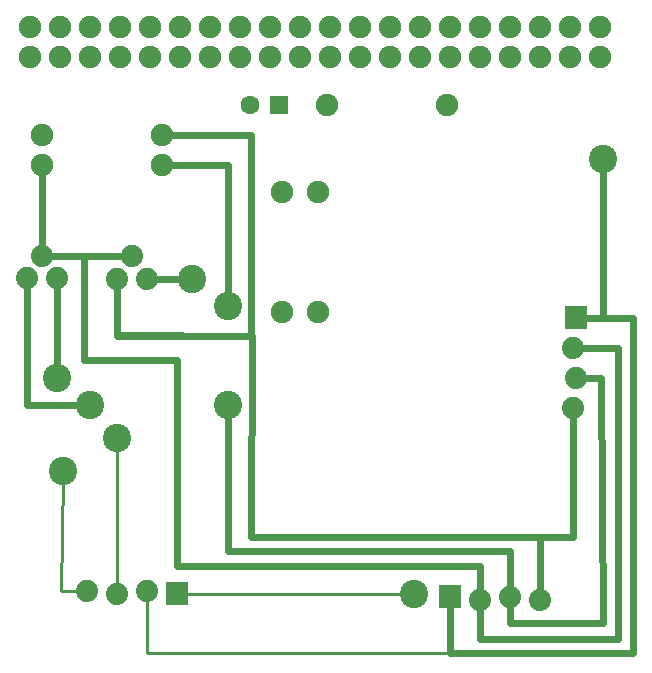
<source format=gbl>
G04 MADE WITH FRITZING*
G04 WWW.FRITZING.ORG*
G04 DOUBLE SIDED*
G04 HOLES PLATED*
G04 CONTOUR ON CENTER OF CONTOUR VECTOR*
%ASAXBY*%
%FSLAX23Y23*%
%MOIN*%
%OFA0B0*%
%SFA1.0B1.0*%
%ADD10C,0.075000*%
%ADD11C,0.094488*%
%ADD12C,0.075361*%
%ADD13C,0.062992*%
%ADD14C,0.074000*%
%ADD15R,0.062992X0.062992*%
%ADD16C,0.024000*%
%ADD17C,0.011111*%
%ADD18R,0.001000X0.001000*%
%LNCOPPER0*%
G90*
G70*
G54D10*
X1090Y1885D03*
X1490Y1885D03*
G54D11*
X2010Y1705D03*
X300Y885D03*
X640Y1305D03*
X190Y975D03*
X760Y885D03*
X760Y1215D03*
X390Y775D03*
X1380Y255D03*
X210Y665D03*
G54D12*
X100Y2045D03*
X200Y2045D03*
X300Y2045D03*
X400Y2045D03*
X500Y2045D03*
X600Y2045D03*
X700Y2045D03*
X800Y2045D03*
X900Y2045D03*
X1000Y2045D03*
X1100Y2045D03*
X1200Y2045D03*
X1300Y2045D03*
X1400Y2045D03*
X1500Y2045D03*
X1600Y2045D03*
X1700Y2045D03*
X1800Y2045D03*
X1900Y2045D03*
X2000Y2045D03*
X2000Y2145D03*
X1900Y2145D03*
X1800Y2145D03*
X1700Y2145D03*
X1600Y2145D03*
X1500Y2145D03*
X1400Y2145D03*
X1300Y2145D03*
X1200Y2145D03*
X1100Y2145D03*
X1000Y2145D03*
X900Y2145D03*
X800Y2145D03*
X700Y2145D03*
X600Y2145D03*
X500Y2145D03*
X400Y2145D03*
X300Y2145D03*
X200Y2145D03*
X100Y2145D03*
G54D13*
X930Y1885D03*
X832Y1885D03*
G54D10*
X1060Y1595D03*
X1060Y1195D03*
X940Y1595D03*
X940Y1195D03*
X140Y1685D03*
X540Y1685D03*
X140Y1785D03*
X540Y1785D03*
G54D14*
X1920Y1175D03*
X1910Y1075D03*
X1920Y975D03*
X1910Y875D03*
X590Y255D03*
X490Y265D03*
X390Y255D03*
X290Y265D03*
X1500Y245D03*
X1600Y235D03*
X1700Y245D03*
X1800Y235D03*
X390Y1305D03*
X440Y1380D03*
X490Y1305D03*
X89Y1307D03*
X139Y1382D03*
X189Y1307D03*
G54D15*
X930Y1885D03*
G54D16*
X2060Y1075D02*
X2060Y105D01*
D02*
X1941Y1075D02*
X2060Y1075D01*
D02*
X2060Y105D02*
X1600Y105D01*
D02*
X1600Y105D02*
X1600Y204D01*
D02*
X760Y1685D02*
X569Y1685D01*
D02*
X760Y1242D02*
X760Y1685D01*
D02*
X590Y346D02*
X589Y1034D01*
D02*
X589Y1034D02*
X280Y1034D01*
D02*
X1600Y346D02*
X590Y346D01*
D02*
X280Y1034D02*
X280Y1380D01*
D02*
X1600Y266D02*
X1600Y346D01*
D02*
X280Y1380D02*
X413Y1380D01*
D02*
X140Y1657D02*
X139Y1409D01*
D02*
X413Y1380D02*
X166Y1382D01*
D02*
X1500Y214D02*
X1500Y56D01*
D02*
X1500Y56D02*
X2111Y56D01*
D02*
X2111Y56D02*
X2111Y1175D01*
G54D17*
D02*
X1500Y56D02*
X491Y56D01*
G54D16*
D02*
X2111Y1175D02*
X1951Y1175D01*
G54D17*
D02*
X491Y56D02*
X490Y240D01*
G54D16*
D02*
X2010Y1175D02*
X2010Y1678D01*
D02*
X1951Y1175D02*
X2010Y1175D01*
D02*
X838Y1785D02*
X569Y1785D01*
D02*
X389Y1115D02*
X838Y1115D01*
D02*
X838Y1115D02*
X838Y1785D01*
D02*
X390Y1278D02*
X389Y1115D01*
D02*
X89Y885D02*
X273Y885D01*
D02*
X89Y1280D02*
X89Y885D01*
D02*
X613Y1305D02*
X517Y1305D01*
D02*
X189Y1280D02*
X190Y1002D01*
D02*
X390Y1116D02*
X390Y1278D01*
D02*
X838Y444D02*
X839Y1115D01*
D02*
X839Y1115D02*
X390Y1116D01*
D02*
X1800Y444D02*
X838Y444D01*
D02*
X1800Y266D02*
X1800Y444D01*
D02*
X760Y396D02*
X760Y858D01*
D02*
X1701Y396D02*
X760Y396D01*
D02*
X1700Y276D02*
X1701Y396D01*
D02*
X2011Y156D02*
X1701Y156D01*
D02*
X1701Y156D02*
X1700Y214D01*
D02*
X2003Y975D02*
X2011Y156D01*
D02*
X1951Y975D02*
X2003Y975D01*
D02*
X1910Y444D02*
X1800Y444D01*
D02*
X1910Y844D02*
X1910Y444D01*
G54D17*
D02*
X390Y281D02*
X390Y754D01*
D02*
X616Y255D02*
X1359Y255D01*
D02*
X203Y265D02*
X210Y644D01*
D02*
X265Y265D02*
X203Y265D01*
G54D18*
X1883Y1212D02*
X1956Y1212D01*
X1883Y1211D02*
X1956Y1211D01*
X1883Y1210D02*
X1956Y1210D01*
X1883Y1209D02*
X1956Y1209D01*
X1883Y1208D02*
X1956Y1208D01*
X1883Y1207D02*
X1956Y1207D01*
X1883Y1206D02*
X1956Y1206D01*
X1883Y1205D02*
X1956Y1205D01*
X1883Y1204D02*
X1956Y1204D01*
X1883Y1203D02*
X1956Y1203D01*
X1883Y1202D02*
X1956Y1202D01*
X1883Y1201D02*
X1956Y1201D01*
X1883Y1200D02*
X1956Y1200D01*
X1883Y1199D02*
X1956Y1199D01*
X1883Y1198D02*
X1956Y1198D01*
X1883Y1197D02*
X1956Y1197D01*
X1883Y1196D02*
X1956Y1196D01*
X1883Y1195D02*
X1914Y1195D01*
X1925Y1195D02*
X1956Y1195D01*
X1883Y1194D02*
X1911Y1194D01*
X1928Y1194D02*
X1956Y1194D01*
X1883Y1193D02*
X1909Y1193D01*
X1930Y1193D02*
X1956Y1193D01*
X1883Y1192D02*
X1908Y1192D01*
X1931Y1192D02*
X1956Y1192D01*
X1883Y1191D02*
X1906Y1191D01*
X1933Y1191D02*
X1956Y1191D01*
X1883Y1190D02*
X1905Y1190D01*
X1934Y1190D02*
X1956Y1190D01*
X1883Y1189D02*
X1904Y1189D01*
X1935Y1189D02*
X1956Y1189D01*
X1883Y1188D02*
X1903Y1188D01*
X1935Y1188D02*
X1956Y1188D01*
X1883Y1187D02*
X1903Y1187D01*
X1936Y1187D02*
X1956Y1187D01*
X1883Y1186D02*
X1902Y1186D01*
X1937Y1186D02*
X1956Y1186D01*
X1883Y1185D02*
X1901Y1185D01*
X1937Y1185D02*
X1956Y1185D01*
X1883Y1184D02*
X1901Y1184D01*
X1938Y1184D02*
X1956Y1184D01*
X1883Y1183D02*
X1900Y1183D01*
X1938Y1183D02*
X1956Y1183D01*
X1883Y1182D02*
X1900Y1182D01*
X1939Y1182D02*
X1956Y1182D01*
X1883Y1181D02*
X1900Y1181D01*
X1939Y1181D02*
X1956Y1181D01*
X1883Y1180D02*
X1899Y1180D01*
X1939Y1180D02*
X1956Y1180D01*
X1883Y1179D02*
X1899Y1179D01*
X1940Y1179D02*
X1956Y1179D01*
X1883Y1178D02*
X1899Y1178D01*
X1940Y1178D02*
X1956Y1178D01*
X1883Y1177D02*
X1899Y1177D01*
X1940Y1177D02*
X1956Y1177D01*
X1883Y1176D02*
X1899Y1176D01*
X1940Y1176D02*
X1956Y1176D01*
X1883Y1175D02*
X1899Y1175D01*
X1940Y1175D02*
X1956Y1175D01*
X1883Y1174D02*
X1899Y1174D01*
X1940Y1174D02*
X1956Y1174D01*
X1883Y1173D02*
X1899Y1173D01*
X1940Y1173D02*
X1956Y1173D01*
X1883Y1172D02*
X1899Y1172D01*
X1940Y1172D02*
X1956Y1172D01*
X1883Y1171D02*
X1899Y1171D01*
X1939Y1171D02*
X1956Y1171D01*
X1883Y1170D02*
X1900Y1170D01*
X1939Y1170D02*
X1956Y1170D01*
X1883Y1169D02*
X1900Y1169D01*
X1939Y1169D02*
X1956Y1169D01*
X1883Y1168D02*
X1900Y1168D01*
X1938Y1168D02*
X1956Y1168D01*
X1883Y1167D02*
X1901Y1167D01*
X1938Y1167D02*
X1956Y1167D01*
X1883Y1166D02*
X1901Y1166D01*
X1937Y1166D02*
X1956Y1166D01*
X1883Y1165D02*
X1902Y1165D01*
X1937Y1165D02*
X1956Y1165D01*
X1883Y1164D02*
X1903Y1164D01*
X1936Y1164D02*
X1956Y1164D01*
X1883Y1163D02*
X1904Y1163D01*
X1935Y1163D02*
X1956Y1163D01*
X1883Y1162D02*
X1904Y1162D01*
X1934Y1162D02*
X1956Y1162D01*
X1883Y1161D02*
X1905Y1161D01*
X1933Y1161D02*
X1956Y1161D01*
X1883Y1160D02*
X1907Y1160D01*
X1932Y1160D02*
X1956Y1160D01*
X1883Y1159D02*
X1908Y1159D01*
X1931Y1159D02*
X1956Y1159D01*
X1883Y1158D02*
X1910Y1158D01*
X1929Y1158D02*
X1956Y1158D01*
X1883Y1157D02*
X1912Y1157D01*
X1927Y1157D02*
X1956Y1157D01*
X1883Y1156D02*
X1915Y1156D01*
X1924Y1156D02*
X1956Y1156D01*
X1883Y1155D02*
X1956Y1155D01*
X1883Y1154D02*
X1956Y1154D01*
X1883Y1153D02*
X1956Y1153D01*
X1883Y1152D02*
X1956Y1152D01*
X1883Y1151D02*
X1956Y1151D01*
X1883Y1150D02*
X1956Y1150D01*
X1883Y1149D02*
X1956Y1149D01*
X1883Y1148D02*
X1956Y1148D01*
X1883Y1147D02*
X1956Y1147D01*
X1883Y1146D02*
X1956Y1146D01*
X1883Y1145D02*
X1956Y1145D01*
X1883Y1144D02*
X1956Y1144D01*
X1883Y1143D02*
X1956Y1143D01*
X1883Y1142D02*
X1956Y1142D01*
X1883Y1141D02*
X1956Y1141D01*
X1883Y1140D02*
X1956Y1140D01*
X1883Y1139D02*
X1956Y1139D01*
X553Y292D02*
X626Y292D01*
X553Y291D02*
X626Y291D01*
X553Y290D02*
X626Y290D01*
X553Y289D02*
X626Y289D01*
X553Y288D02*
X626Y288D01*
X553Y287D02*
X626Y287D01*
X553Y286D02*
X626Y286D01*
X553Y285D02*
X626Y285D01*
X553Y284D02*
X626Y284D01*
X553Y283D02*
X626Y283D01*
X553Y282D02*
X626Y282D01*
X1463Y282D02*
X1536Y282D01*
X553Y281D02*
X626Y281D01*
X1463Y281D02*
X1536Y281D01*
X553Y280D02*
X626Y280D01*
X1463Y280D02*
X1536Y280D01*
X553Y279D02*
X626Y279D01*
X1463Y279D02*
X1536Y279D01*
X553Y278D02*
X626Y278D01*
X1463Y278D02*
X1536Y278D01*
X553Y277D02*
X626Y277D01*
X1463Y277D02*
X1536Y277D01*
X553Y276D02*
X626Y276D01*
X1463Y276D02*
X1536Y276D01*
X553Y275D02*
X584Y275D01*
X595Y275D02*
X626Y275D01*
X1463Y275D02*
X1536Y275D01*
X553Y274D02*
X581Y274D01*
X598Y274D02*
X626Y274D01*
X1463Y274D02*
X1536Y274D01*
X553Y273D02*
X579Y273D01*
X600Y273D02*
X626Y273D01*
X1463Y273D02*
X1536Y273D01*
X553Y272D02*
X578Y272D01*
X602Y272D02*
X626Y272D01*
X1463Y272D02*
X1536Y272D01*
X553Y271D02*
X576Y271D01*
X603Y271D02*
X626Y271D01*
X1463Y271D02*
X1536Y271D01*
X553Y270D02*
X575Y270D01*
X604Y270D02*
X626Y270D01*
X1463Y270D02*
X1536Y270D01*
X553Y269D02*
X574Y269D01*
X605Y269D02*
X626Y269D01*
X1463Y269D02*
X1536Y269D01*
X553Y268D02*
X573Y268D01*
X606Y268D02*
X626Y268D01*
X1463Y268D02*
X1536Y268D01*
X553Y267D02*
X573Y267D01*
X607Y267D02*
X626Y267D01*
X1463Y267D02*
X1536Y267D01*
X553Y266D02*
X572Y266D01*
X607Y266D02*
X626Y266D01*
X1463Y266D02*
X1536Y266D01*
X553Y265D02*
X572Y265D01*
X608Y265D02*
X626Y265D01*
X1463Y265D02*
X1494Y265D01*
X1505Y265D02*
X1536Y265D01*
X553Y264D02*
X571Y264D01*
X608Y264D02*
X626Y264D01*
X1463Y264D02*
X1491Y264D01*
X1508Y264D02*
X1536Y264D01*
X553Y263D02*
X571Y263D01*
X609Y263D02*
X626Y263D01*
X1463Y263D02*
X1489Y263D01*
X1510Y263D02*
X1536Y263D01*
X553Y262D02*
X570Y262D01*
X609Y262D02*
X626Y262D01*
X1463Y262D02*
X1488Y262D01*
X1512Y262D02*
X1536Y262D01*
X553Y261D02*
X570Y261D01*
X609Y261D02*
X626Y261D01*
X1463Y261D02*
X1486Y261D01*
X1513Y261D02*
X1536Y261D01*
X553Y260D02*
X570Y260D01*
X610Y260D02*
X626Y260D01*
X1463Y260D02*
X1485Y260D01*
X1514Y260D02*
X1536Y260D01*
X553Y259D02*
X569Y259D01*
X610Y259D02*
X626Y259D01*
X1463Y259D02*
X1484Y259D01*
X1515Y259D02*
X1536Y259D01*
X553Y258D02*
X569Y258D01*
X610Y258D02*
X626Y258D01*
X1463Y258D02*
X1484Y258D01*
X1516Y258D02*
X1536Y258D01*
X553Y257D02*
X569Y257D01*
X610Y257D02*
X626Y257D01*
X1463Y257D02*
X1483Y257D01*
X1517Y257D02*
X1536Y257D01*
X553Y256D02*
X569Y256D01*
X610Y256D02*
X626Y256D01*
X1463Y256D02*
X1482Y256D01*
X1517Y256D02*
X1536Y256D01*
X553Y255D02*
X569Y255D01*
X610Y255D02*
X626Y255D01*
X1463Y255D02*
X1482Y255D01*
X1518Y255D02*
X1536Y255D01*
X553Y254D02*
X569Y254D01*
X610Y254D02*
X626Y254D01*
X1463Y254D02*
X1481Y254D01*
X1518Y254D02*
X1536Y254D01*
X553Y253D02*
X569Y253D01*
X610Y253D02*
X626Y253D01*
X1463Y253D02*
X1481Y253D01*
X1519Y253D02*
X1536Y253D01*
X553Y252D02*
X569Y252D01*
X610Y252D02*
X626Y252D01*
X1463Y252D02*
X1480Y252D01*
X1519Y252D02*
X1536Y252D01*
X553Y251D02*
X570Y251D01*
X610Y251D02*
X626Y251D01*
X1463Y251D02*
X1480Y251D01*
X1519Y251D02*
X1536Y251D01*
X553Y250D02*
X570Y250D01*
X609Y250D02*
X626Y250D01*
X1463Y250D02*
X1480Y250D01*
X1520Y250D02*
X1536Y250D01*
X553Y249D02*
X570Y249D01*
X609Y249D02*
X626Y249D01*
X1463Y249D02*
X1480Y249D01*
X1520Y249D02*
X1536Y249D01*
X553Y248D02*
X571Y248D01*
X609Y248D02*
X626Y248D01*
X1463Y248D02*
X1479Y248D01*
X1520Y248D02*
X1536Y248D01*
X553Y247D02*
X571Y247D01*
X608Y247D02*
X626Y247D01*
X1463Y247D02*
X1479Y247D01*
X1520Y247D02*
X1536Y247D01*
X553Y246D02*
X572Y246D01*
X608Y246D02*
X626Y246D01*
X1463Y246D02*
X1479Y246D01*
X1520Y246D02*
X1536Y246D01*
X553Y245D02*
X572Y245D01*
X607Y245D02*
X626Y245D01*
X1463Y245D02*
X1479Y245D01*
X1520Y245D02*
X1536Y245D01*
X553Y244D02*
X573Y244D01*
X606Y244D02*
X626Y244D01*
X1463Y244D02*
X1479Y244D01*
X1520Y244D02*
X1536Y244D01*
X553Y243D02*
X574Y243D01*
X605Y243D02*
X626Y243D01*
X1463Y243D02*
X1479Y243D01*
X1520Y243D02*
X1536Y243D01*
X553Y242D02*
X575Y242D01*
X605Y242D02*
X626Y242D01*
X1463Y242D02*
X1480Y242D01*
X1520Y242D02*
X1536Y242D01*
X553Y241D02*
X576Y241D01*
X604Y241D02*
X626Y241D01*
X1463Y241D02*
X1480Y241D01*
X1520Y241D02*
X1536Y241D01*
X553Y240D02*
X577Y240D01*
X602Y240D02*
X626Y240D01*
X1463Y240D02*
X1480Y240D01*
X1519Y240D02*
X1536Y240D01*
X553Y239D02*
X578Y239D01*
X601Y239D02*
X626Y239D01*
X1463Y239D02*
X1480Y239D01*
X1519Y239D02*
X1536Y239D01*
X553Y238D02*
X580Y238D01*
X599Y238D02*
X626Y238D01*
X1463Y238D02*
X1481Y238D01*
X1519Y238D02*
X1536Y238D01*
X553Y237D02*
X582Y237D01*
X597Y237D02*
X626Y237D01*
X1463Y237D02*
X1481Y237D01*
X1518Y237D02*
X1536Y237D01*
X553Y236D02*
X586Y236D01*
X593Y236D02*
X626Y236D01*
X1463Y236D02*
X1482Y236D01*
X1518Y236D02*
X1536Y236D01*
X553Y235D02*
X626Y235D01*
X1463Y235D02*
X1482Y235D01*
X1517Y235D02*
X1536Y235D01*
X553Y234D02*
X626Y234D01*
X1463Y234D02*
X1483Y234D01*
X1516Y234D02*
X1536Y234D01*
X553Y233D02*
X626Y233D01*
X1463Y233D02*
X1484Y233D01*
X1516Y233D02*
X1536Y233D01*
X553Y232D02*
X626Y232D01*
X1463Y232D02*
X1485Y232D01*
X1515Y232D02*
X1536Y232D01*
X553Y231D02*
X626Y231D01*
X1463Y231D02*
X1486Y231D01*
X1514Y231D02*
X1536Y231D01*
X553Y230D02*
X626Y230D01*
X1463Y230D02*
X1487Y230D01*
X1512Y230D02*
X1536Y230D01*
X553Y229D02*
X626Y229D01*
X1463Y229D02*
X1488Y229D01*
X1511Y229D02*
X1536Y229D01*
X553Y228D02*
X626Y228D01*
X1463Y228D02*
X1490Y228D01*
X1509Y228D02*
X1536Y228D01*
X553Y227D02*
X626Y227D01*
X1463Y227D02*
X1492Y227D01*
X1507Y227D02*
X1536Y227D01*
X553Y226D02*
X626Y226D01*
X1463Y226D02*
X1496Y226D01*
X1504Y226D02*
X1536Y226D01*
X553Y225D02*
X626Y225D01*
X1463Y225D02*
X1536Y225D01*
X553Y224D02*
X626Y224D01*
X1463Y224D02*
X1536Y224D01*
X553Y223D02*
X626Y223D01*
X1463Y223D02*
X1536Y223D01*
X553Y222D02*
X626Y222D01*
X1463Y222D02*
X1536Y222D01*
X553Y221D02*
X626Y221D01*
X1463Y221D02*
X1536Y221D01*
X553Y220D02*
X626Y220D01*
X1463Y220D02*
X1536Y220D01*
X553Y219D02*
X626Y219D01*
X1463Y219D02*
X1536Y219D01*
X1463Y218D02*
X1536Y218D01*
X1463Y217D02*
X1536Y217D01*
X1463Y216D02*
X1536Y216D01*
X1463Y215D02*
X1536Y215D01*
X1463Y214D02*
X1536Y214D01*
X1463Y213D02*
X1536Y213D01*
X1463Y212D02*
X1536Y212D01*
X1463Y211D02*
X1536Y211D01*
X1463Y210D02*
X1536Y210D01*
X1463Y209D02*
X1536Y209D01*
D02*
G04 End of Copper0*
M02*
</source>
